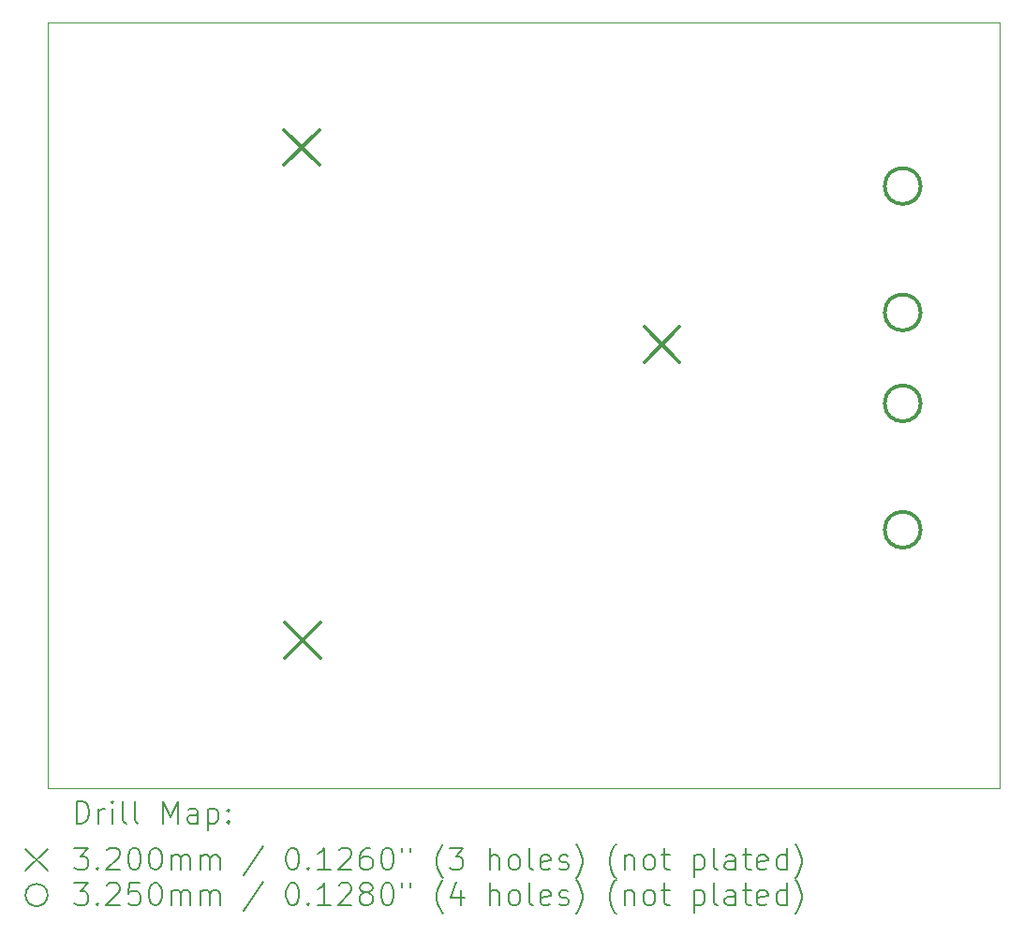
<source format=gbr>
%TF.GenerationSoftware,KiCad,Pcbnew,8.0.0*%
%TF.CreationDate,2024-12-24T11:36:40-06:00*%
%TF.ProjectId,Rain and Switches Control Board,5261696e-2061-46e6-9420-537769746368,rev?*%
%TF.SameCoordinates,Original*%
%TF.FileFunction,Drillmap*%
%TF.FilePolarity,Positive*%
%FSLAX45Y45*%
G04 Gerber Fmt 4.5, Leading zero omitted, Abs format (unit mm)*
G04 Created by KiCad (PCBNEW 8.0.0) date 2024-12-24 11:36:40*
%MOMM*%
%LPD*%
G01*
G04 APERTURE LIST*
%ADD10C,0.050000*%
%ADD11C,0.200000*%
%ADD12C,0.320000*%
%ADD13C,0.325000*%
G04 APERTURE END LIST*
D10*
X12940000Y-3914000D02*
X21537760Y-3914000D01*
X21537760Y-10848000D01*
X12940000Y-10848000D01*
X12940000Y-3914000D01*
D11*
D12*
X15074600Y-4887880D02*
X15394600Y-5207880D01*
X15394600Y-4887880D02*
X15074600Y-5207880D01*
X15079600Y-9342880D02*
X15399600Y-9662880D01*
X15399600Y-9342880D02*
X15079600Y-9662880D01*
X18329600Y-6667880D02*
X18649600Y-6987880D01*
X18649600Y-6667880D02*
X18329600Y-6987880D01*
D13*
X20827100Y-5397880D02*
G75*
G02*
X20502100Y-5397880I-162500J0D01*
G01*
X20502100Y-5397880D02*
G75*
G02*
X20827100Y-5397880I162500J0D01*
G01*
X20827100Y-6540880D02*
G75*
G02*
X20502100Y-6540880I-162500J0D01*
G01*
X20502100Y-6540880D02*
G75*
G02*
X20827100Y-6540880I162500J0D01*
G01*
X20827100Y-7363380D02*
G75*
G02*
X20502100Y-7363380I-162500J0D01*
G01*
X20502100Y-7363380D02*
G75*
G02*
X20827100Y-7363380I162500J0D01*
G01*
X20827100Y-8506380D02*
G75*
G02*
X20502100Y-8506380I-162500J0D01*
G01*
X20502100Y-8506380D02*
G75*
G02*
X20827100Y-8506380I162500J0D01*
G01*
D11*
X13198277Y-11161984D02*
X13198277Y-10961984D01*
X13198277Y-10961984D02*
X13245896Y-10961984D01*
X13245896Y-10961984D02*
X13274467Y-10971508D01*
X13274467Y-10971508D02*
X13293515Y-10990555D01*
X13293515Y-10990555D02*
X13303039Y-11009603D01*
X13303039Y-11009603D02*
X13312562Y-11047698D01*
X13312562Y-11047698D02*
X13312562Y-11076270D01*
X13312562Y-11076270D02*
X13303039Y-11114365D01*
X13303039Y-11114365D02*
X13293515Y-11133412D01*
X13293515Y-11133412D02*
X13274467Y-11152460D01*
X13274467Y-11152460D02*
X13245896Y-11161984D01*
X13245896Y-11161984D02*
X13198277Y-11161984D01*
X13398277Y-11161984D02*
X13398277Y-11028650D01*
X13398277Y-11066746D02*
X13407801Y-11047698D01*
X13407801Y-11047698D02*
X13417324Y-11038174D01*
X13417324Y-11038174D02*
X13436372Y-11028650D01*
X13436372Y-11028650D02*
X13455420Y-11028650D01*
X13522086Y-11161984D02*
X13522086Y-11028650D01*
X13522086Y-10961984D02*
X13512562Y-10971508D01*
X13512562Y-10971508D02*
X13522086Y-10981031D01*
X13522086Y-10981031D02*
X13531610Y-10971508D01*
X13531610Y-10971508D02*
X13522086Y-10961984D01*
X13522086Y-10961984D02*
X13522086Y-10981031D01*
X13645896Y-11161984D02*
X13626848Y-11152460D01*
X13626848Y-11152460D02*
X13617324Y-11133412D01*
X13617324Y-11133412D02*
X13617324Y-10961984D01*
X13750658Y-11161984D02*
X13731610Y-11152460D01*
X13731610Y-11152460D02*
X13722086Y-11133412D01*
X13722086Y-11133412D02*
X13722086Y-10961984D01*
X13979229Y-11161984D02*
X13979229Y-10961984D01*
X13979229Y-10961984D02*
X14045896Y-11104841D01*
X14045896Y-11104841D02*
X14112562Y-10961984D01*
X14112562Y-10961984D02*
X14112562Y-11161984D01*
X14293515Y-11161984D02*
X14293515Y-11057222D01*
X14293515Y-11057222D02*
X14283991Y-11038174D01*
X14283991Y-11038174D02*
X14264943Y-11028650D01*
X14264943Y-11028650D02*
X14226848Y-11028650D01*
X14226848Y-11028650D02*
X14207801Y-11038174D01*
X14293515Y-11152460D02*
X14274467Y-11161984D01*
X14274467Y-11161984D02*
X14226848Y-11161984D01*
X14226848Y-11161984D02*
X14207801Y-11152460D01*
X14207801Y-11152460D02*
X14198277Y-11133412D01*
X14198277Y-11133412D02*
X14198277Y-11114365D01*
X14198277Y-11114365D02*
X14207801Y-11095317D01*
X14207801Y-11095317D02*
X14226848Y-11085793D01*
X14226848Y-11085793D02*
X14274467Y-11085793D01*
X14274467Y-11085793D02*
X14293515Y-11076270D01*
X14388753Y-11028650D02*
X14388753Y-11228650D01*
X14388753Y-11038174D02*
X14407801Y-11028650D01*
X14407801Y-11028650D02*
X14445896Y-11028650D01*
X14445896Y-11028650D02*
X14464943Y-11038174D01*
X14464943Y-11038174D02*
X14474467Y-11047698D01*
X14474467Y-11047698D02*
X14483991Y-11066746D01*
X14483991Y-11066746D02*
X14483991Y-11123889D01*
X14483991Y-11123889D02*
X14474467Y-11142936D01*
X14474467Y-11142936D02*
X14464943Y-11152460D01*
X14464943Y-11152460D02*
X14445896Y-11161984D01*
X14445896Y-11161984D02*
X14407801Y-11161984D01*
X14407801Y-11161984D02*
X14388753Y-11152460D01*
X14569705Y-11142936D02*
X14579229Y-11152460D01*
X14579229Y-11152460D02*
X14569705Y-11161984D01*
X14569705Y-11161984D02*
X14560182Y-11152460D01*
X14560182Y-11152460D02*
X14569705Y-11142936D01*
X14569705Y-11142936D02*
X14569705Y-11161984D01*
X14569705Y-11038174D02*
X14579229Y-11047698D01*
X14579229Y-11047698D02*
X14569705Y-11057222D01*
X14569705Y-11057222D02*
X14560182Y-11047698D01*
X14560182Y-11047698D02*
X14569705Y-11038174D01*
X14569705Y-11038174D02*
X14569705Y-11057222D01*
X12737500Y-11390500D02*
X12937500Y-11590500D01*
X12937500Y-11390500D02*
X12737500Y-11590500D01*
X13179229Y-11381984D02*
X13303039Y-11381984D01*
X13303039Y-11381984D02*
X13236372Y-11458174D01*
X13236372Y-11458174D02*
X13264943Y-11458174D01*
X13264943Y-11458174D02*
X13283991Y-11467698D01*
X13283991Y-11467698D02*
X13293515Y-11477222D01*
X13293515Y-11477222D02*
X13303039Y-11496269D01*
X13303039Y-11496269D02*
X13303039Y-11543888D01*
X13303039Y-11543888D02*
X13293515Y-11562936D01*
X13293515Y-11562936D02*
X13283991Y-11572460D01*
X13283991Y-11572460D02*
X13264943Y-11581984D01*
X13264943Y-11581984D02*
X13207801Y-11581984D01*
X13207801Y-11581984D02*
X13188753Y-11572460D01*
X13188753Y-11572460D02*
X13179229Y-11562936D01*
X13388753Y-11562936D02*
X13398277Y-11572460D01*
X13398277Y-11572460D02*
X13388753Y-11581984D01*
X13388753Y-11581984D02*
X13379229Y-11572460D01*
X13379229Y-11572460D02*
X13388753Y-11562936D01*
X13388753Y-11562936D02*
X13388753Y-11581984D01*
X13474467Y-11401031D02*
X13483991Y-11391508D01*
X13483991Y-11391508D02*
X13503039Y-11381984D01*
X13503039Y-11381984D02*
X13550658Y-11381984D01*
X13550658Y-11381984D02*
X13569705Y-11391508D01*
X13569705Y-11391508D02*
X13579229Y-11401031D01*
X13579229Y-11401031D02*
X13588753Y-11420079D01*
X13588753Y-11420079D02*
X13588753Y-11439127D01*
X13588753Y-11439127D02*
X13579229Y-11467698D01*
X13579229Y-11467698D02*
X13464943Y-11581984D01*
X13464943Y-11581984D02*
X13588753Y-11581984D01*
X13712562Y-11381984D02*
X13731610Y-11381984D01*
X13731610Y-11381984D02*
X13750658Y-11391508D01*
X13750658Y-11391508D02*
X13760182Y-11401031D01*
X13760182Y-11401031D02*
X13769705Y-11420079D01*
X13769705Y-11420079D02*
X13779229Y-11458174D01*
X13779229Y-11458174D02*
X13779229Y-11505793D01*
X13779229Y-11505793D02*
X13769705Y-11543888D01*
X13769705Y-11543888D02*
X13760182Y-11562936D01*
X13760182Y-11562936D02*
X13750658Y-11572460D01*
X13750658Y-11572460D02*
X13731610Y-11581984D01*
X13731610Y-11581984D02*
X13712562Y-11581984D01*
X13712562Y-11581984D02*
X13693515Y-11572460D01*
X13693515Y-11572460D02*
X13683991Y-11562936D01*
X13683991Y-11562936D02*
X13674467Y-11543888D01*
X13674467Y-11543888D02*
X13664943Y-11505793D01*
X13664943Y-11505793D02*
X13664943Y-11458174D01*
X13664943Y-11458174D02*
X13674467Y-11420079D01*
X13674467Y-11420079D02*
X13683991Y-11401031D01*
X13683991Y-11401031D02*
X13693515Y-11391508D01*
X13693515Y-11391508D02*
X13712562Y-11381984D01*
X13903039Y-11381984D02*
X13922086Y-11381984D01*
X13922086Y-11381984D02*
X13941134Y-11391508D01*
X13941134Y-11391508D02*
X13950658Y-11401031D01*
X13950658Y-11401031D02*
X13960182Y-11420079D01*
X13960182Y-11420079D02*
X13969705Y-11458174D01*
X13969705Y-11458174D02*
X13969705Y-11505793D01*
X13969705Y-11505793D02*
X13960182Y-11543888D01*
X13960182Y-11543888D02*
X13950658Y-11562936D01*
X13950658Y-11562936D02*
X13941134Y-11572460D01*
X13941134Y-11572460D02*
X13922086Y-11581984D01*
X13922086Y-11581984D02*
X13903039Y-11581984D01*
X13903039Y-11581984D02*
X13883991Y-11572460D01*
X13883991Y-11572460D02*
X13874467Y-11562936D01*
X13874467Y-11562936D02*
X13864943Y-11543888D01*
X13864943Y-11543888D02*
X13855420Y-11505793D01*
X13855420Y-11505793D02*
X13855420Y-11458174D01*
X13855420Y-11458174D02*
X13864943Y-11420079D01*
X13864943Y-11420079D02*
X13874467Y-11401031D01*
X13874467Y-11401031D02*
X13883991Y-11391508D01*
X13883991Y-11391508D02*
X13903039Y-11381984D01*
X14055420Y-11581984D02*
X14055420Y-11448650D01*
X14055420Y-11467698D02*
X14064943Y-11458174D01*
X14064943Y-11458174D02*
X14083991Y-11448650D01*
X14083991Y-11448650D02*
X14112563Y-11448650D01*
X14112563Y-11448650D02*
X14131610Y-11458174D01*
X14131610Y-11458174D02*
X14141134Y-11477222D01*
X14141134Y-11477222D02*
X14141134Y-11581984D01*
X14141134Y-11477222D02*
X14150658Y-11458174D01*
X14150658Y-11458174D02*
X14169705Y-11448650D01*
X14169705Y-11448650D02*
X14198277Y-11448650D01*
X14198277Y-11448650D02*
X14217324Y-11458174D01*
X14217324Y-11458174D02*
X14226848Y-11477222D01*
X14226848Y-11477222D02*
X14226848Y-11581984D01*
X14322086Y-11581984D02*
X14322086Y-11448650D01*
X14322086Y-11467698D02*
X14331610Y-11458174D01*
X14331610Y-11458174D02*
X14350658Y-11448650D01*
X14350658Y-11448650D02*
X14379229Y-11448650D01*
X14379229Y-11448650D02*
X14398277Y-11458174D01*
X14398277Y-11458174D02*
X14407801Y-11477222D01*
X14407801Y-11477222D02*
X14407801Y-11581984D01*
X14407801Y-11477222D02*
X14417324Y-11458174D01*
X14417324Y-11458174D02*
X14436372Y-11448650D01*
X14436372Y-11448650D02*
X14464943Y-11448650D01*
X14464943Y-11448650D02*
X14483991Y-11458174D01*
X14483991Y-11458174D02*
X14493515Y-11477222D01*
X14493515Y-11477222D02*
X14493515Y-11581984D01*
X14883991Y-11372460D02*
X14712563Y-11629603D01*
X15141134Y-11381984D02*
X15160182Y-11381984D01*
X15160182Y-11381984D02*
X15179229Y-11391508D01*
X15179229Y-11391508D02*
X15188753Y-11401031D01*
X15188753Y-11401031D02*
X15198277Y-11420079D01*
X15198277Y-11420079D02*
X15207801Y-11458174D01*
X15207801Y-11458174D02*
X15207801Y-11505793D01*
X15207801Y-11505793D02*
X15198277Y-11543888D01*
X15198277Y-11543888D02*
X15188753Y-11562936D01*
X15188753Y-11562936D02*
X15179229Y-11572460D01*
X15179229Y-11572460D02*
X15160182Y-11581984D01*
X15160182Y-11581984D02*
X15141134Y-11581984D01*
X15141134Y-11581984D02*
X15122086Y-11572460D01*
X15122086Y-11572460D02*
X15112563Y-11562936D01*
X15112563Y-11562936D02*
X15103039Y-11543888D01*
X15103039Y-11543888D02*
X15093515Y-11505793D01*
X15093515Y-11505793D02*
X15093515Y-11458174D01*
X15093515Y-11458174D02*
X15103039Y-11420079D01*
X15103039Y-11420079D02*
X15112563Y-11401031D01*
X15112563Y-11401031D02*
X15122086Y-11391508D01*
X15122086Y-11391508D02*
X15141134Y-11381984D01*
X15293515Y-11562936D02*
X15303039Y-11572460D01*
X15303039Y-11572460D02*
X15293515Y-11581984D01*
X15293515Y-11581984D02*
X15283991Y-11572460D01*
X15283991Y-11572460D02*
X15293515Y-11562936D01*
X15293515Y-11562936D02*
X15293515Y-11581984D01*
X15493515Y-11581984D02*
X15379229Y-11581984D01*
X15436372Y-11581984D02*
X15436372Y-11381984D01*
X15436372Y-11381984D02*
X15417325Y-11410555D01*
X15417325Y-11410555D02*
X15398277Y-11429603D01*
X15398277Y-11429603D02*
X15379229Y-11439127D01*
X15569706Y-11401031D02*
X15579229Y-11391508D01*
X15579229Y-11391508D02*
X15598277Y-11381984D01*
X15598277Y-11381984D02*
X15645896Y-11381984D01*
X15645896Y-11381984D02*
X15664944Y-11391508D01*
X15664944Y-11391508D02*
X15674467Y-11401031D01*
X15674467Y-11401031D02*
X15683991Y-11420079D01*
X15683991Y-11420079D02*
X15683991Y-11439127D01*
X15683991Y-11439127D02*
X15674467Y-11467698D01*
X15674467Y-11467698D02*
X15560182Y-11581984D01*
X15560182Y-11581984D02*
X15683991Y-11581984D01*
X15855420Y-11381984D02*
X15817325Y-11381984D01*
X15817325Y-11381984D02*
X15798277Y-11391508D01*
X15798277Y-11391508D02*
X15788753Y-11401031D01*
X15788753Y-11401031D02*
X15769706Y-11429603D01*
X15769706Y-11429603D02*
X15760182Y-11467698D01*
X15760182Y-11467698D02*
X15760182Y-11543888D01*
X15760182Y-11543888D02*
X15769706Y-11562936D01*
X15769706Y-11562936D02*
X15779229Y-11572460D01*
X15779229Y-11572460D02*
X15798277Y-11581984D01*
X15798277Y-11581984D02*
X15836372Y-11581984D01*
X15836372Y-11581984D02*
X15855420Y-11572460D01*
X15855420Y-11572460D02*
X15864944Y-11562936D01*
X15864944Y-11562936D02*
X15874467Y-11543888D01*
X15874467Y-11543888D02*
X15874467Y-11496269D01*
X15874467Y-11496269D02*
X15864944Y-11477222D01*
X15864944Y-11477222D02*
X15855420Y-11467698D01*
X15855420Y-11467698D02*
X15836372Y-11458174D01*
X15836372Y-11458174D02*
X15798277Y-11458174D01*
X15798277Y-11458174D02*
X15779229Y-11467698D01*
X15779229Y-11467698D02*
X15769706Y-11477222D01*
X15769706Y-11477222D02*
X15760182Y-11496269D01*
X15998277Y-11381984D02*
X16017325Y-11381984D01*
X16017325Y-11381984D02*
X16036372Y-11391508D01*
X16036372Y-11391508D02*
X16045896Y-11401031D01*
X16045896Y-11401031D02*
X16055420Y-11420079D01*
X16055420Y-11420079D02*
X16064944Y-11458174D01*
X16064944Y-11458174D02*
X16064944Y-11505793D01*
X16064944Y-11505793D02*
X16055420Y-11543888D01*
X16055420Y-11543888D02*
X16045896Y-11562936D01*
X16045896Y-11562936D02*
X16036372Y-11572460D01*
X16036372Y-11572460D02*
X16017325Y-11581984D01*
X16017325Y-11581984D02*
X15998277Y-11581984D01*
X15998277Y-11581984D02*
X15979229Y-11572460D01*
X15979229Y-11572460D02*
X15969706Y-11562936D01*
X15969706Y-11562936D02*
X15960182Y-11543888D01*
X15960182Y-11543888D02*
X15950658Y-11505793D01*
X15950658Y-11505793D02*
X15950658Y-11458174D01*
X15950658Y-11458174D02*
X15960182Y-11420079D01*
X15960182Y-11420079D02*
X15969706Y-11401031D01*
X15969706Y-11401031D02*
X15979229Y-11391508D01*
X15979229Y-11391508D02*
X15998277Y-11381984D01*
X16141134Y-11381984D02*
X16141134Y-11420079D01*
X16217325Y-11381984D02*
X16217325Y-11420079D01*
X16512563Y-11658174D02*
X16503039Y-11648650D01*
X16503039Y-11648650D02*
X16483991Y-11620079D01*
X16483991Y-11620079D02*
X16474468Y-11601031D01*
X16474468Y-11601031D02*
X16464944Y-11572460D01*
X16464944Y-11572460D02*
X16455420Y-11524841D01*
X16455420Y-11524841D02*
X16455420Y-11486746D01*
X16455420Y-11486746D02*
X16464944Y-11439127D01*
X16464944Y-11439127D02*
X16474468Y-11410555D01*
X16474468Y-11410555D02*
X16483991Y-11391508D01*
X16483991Y-11391508D02*
X16503039Y-11362936D01*
X16503039Y-11362936D02*
X16512563Y-11353412D01*
X16569706Y-11381984D02*
X16693515Y-11381984D01*
X16693515Y-11381984D02*
X16626848Y-11458174D01*
X16626848Y-11458174D02*
X16655420Y-11458174D01*
X16655420Y-11458174D02*
X16674468Y-11467698D01*
X16674468Y-11467698D02*
X16683991Y-11477222D01*
X16683991Y-11477222D02*
X16693515Y-11496269D01*
X16693515Y-11496269D02*
X16693515Y-11543888D01*
X16693515Y-11543888D02*
X16683991Y-11562936D01*
X16683991Y-11562936D02*
X16674468Y-11572460D01*
X16674468Y-11572460D02*
X16655420Y-11581984D01*
X16655420Y-11581984D02*
X16598277Y-11581984D01*
X16598277Y-11581984D02*
X16579229Y-11572460D01*
X16579229Y-11572460D02*
X16569706Y-11562936D01*
X16931611Y-11581984D02*
X16931611Y-11381984D01*
X17017325Y-11581984D02*
X17017325Y-11477222D01*
X17017325Y-11477222D02*
X17007801Y-11458174D01*
X17007801Y-11458174D02*
X16988753Y-11448650D01*
X16988753Y-11448650D02*
X16960182Y-11448650D01*
X16960182Y-11448650D02*
X16941134Y-11458174D01*
X16941134Y-11458174D02*
X16931611Y-11467698D01*
X17141134Y-11581984D02*
X17122087Y-11572460D01*
X17122087Y-11572460D02*
X17112563Y-11562936D01*
X17112563Y-11562936D02*
X17103039Y-11543888D01*
X17103039Y-11543888D02*
X17103039Y-11486746D01*
X17103039Y-11486746D02*
X17112563Y-11467698D01*
X17112563Y-11467698D02*
X17122087Y-11458174D01*
X17122087Y-11458174D02*
X17141134Y-11448650D01*
X17141134Y-11448650D02*
X17169706Y-11448650D01*
X17169706Y-11448650D02*
X17188753Y-11458174D01*
X17188753Y-11458174D02*
X17198277Y-11467698D01*
X17198277Y-11467698D02*
X17207801Y-11486746D01*
X17207801Y-11486746D02*
X17207801Y-11543888D01*
X17207801Y-11543888D02*
X17198277Y-11562936D01*
X17198277Y-11562936D02*
X17188753Y-11572460D01*
X17188753Y-11572460D02*
X17169706Y-11581984D01*
X17169706Y-11581984D02*
X17141134Y-11581984D01*
X17322087Y-11581984D02*
X17303039Y-11572460D01*
X17303039Y-11572460D02*
X17293515Y-11553412D01*
X17293515Y-11553412D02*
X17293515Y-11381984D01*
X17474468Y-11572460D02*
X17455420Y-11581984D01*
X17455420Y-11581984D02*
X17417325Y-11581984D01*
X17417325Y-11581984D02*
X17398277Y-11572460D01*
X17398277Y-11572460D02*
X17388753Y-11553412D01*
X17388753Y-11553412D02*
X17388753Y-11477222D01*
X17388753Y-11477222D02*
X17398277Y-11458174D01*
X17398277Y-11458174D02*
X17417325Y-11448650D01*
X17417325Y-11448650D02*
X17455420Y-11448650D01*
X17455420Y-11448650D02*
X17474468Y-11458174D01*
X17474468Y-11458174D02*
X17483992Y-11477222D01*
X17483992Y-11477222D02*
X17483992Y-11496269D01*
X17483992Y-11496269D02*
X17388753Y-11515317D01*
X17560182Y-11572460D02*
X17579230Y-11581984D01*
X17579230Y-11581984D02*
X17617325Y-11581984D01*
X17617325Y-11581984D02*
X17636373Y-11572460D01*
X17636373Y-11572460D02*
X17645896Y-11553412D01*
X17645896Y-11553412D02*
X17645896Y-11543888D01*
X17645896Y-11543888D02*
X17636373Y-11524841D01*
X17636373Y-11524841D02*
X17617325Y-11515317D01*
X17617325Y-11515317D02*
X17588753Y-11515317D01*
X17588753Y-11515317D02*
X17569706Y-11505793D01*
X17569706Y-11505793D02*
X17560182Y-11486746D01*
X17560182Y-11486746D02*
X17560182Y-11477222D01*
X17560182Y-11477222D02*
X17569706Y-11458174D01*
X17569706Y-11458174D02*
X17588753Y-11448650D01*
X17588753Y-11448650D02*
X17617325Y-11448650D01*
X17617325Y-11448650D02*
X17636373Y-11458174D01*
X17712563Y-11658174D02*
X17722087Y-11648650D01*
X17722087Y-11648650D02*
X17741134Y-11620079D01*
X17741134Y-11620079D02*
X17750658Y-11601031D01*
X17750658Y-11601031D02*
X17760182Y-11572460D01*
X17760182Y-11572460D02*
X17769706Y-11524841D01*
X17769706Y-11524841D02*
X17769706Y-11486746D01*
X17769706Y-11486746D02*
X17760182Y-11439127D01*
X17760182Y-11439127D02*
X17750658Y-11410555D01*
X17750658Y-11410555D02*
X17741134Y-11391508D01*
X17741134Y-11391508D02*
X17722087Y-11362936D01*
X17722087Y-11362936D02*
X17712563Y-11353412D01*
X18074468Y-11658174D02*
X18064944Y-11648650D01*
X18064944Y-11648650D02*
X18045896Y-11620079D01*
X18045896Y-11620079D02*
X18036373Y-11601031D01*
X18036373Y-11601031D02*
X18026849Y-11572460D01*
X18026849Y-11572460D02*
X18017325Y-11524841D01*
X18017325Y-11524841D02*
X18017325Y-11486746D01*
X18017325Y-11486746D02*
X18026849Y-11439127D01*
X18026849Y-11439127D02*
X18036373Y-11410555D01*
X18036373Y-11410555D02*
X18045896Y-11391508D01*
X18045896Y-11391508D02*
X18064944Y-11362936D01*
X18064944Y-11362936D02*
X18074468Y-11353412D01*
X18150658Y-11448650D02*
X18150658Y-11581984D01*
X18150658Y-11467698D02*
X18160182Y-11458174D01*
X18160182Y-11458174D02*
X18179230Y-11448650D01*
X18179230Y-11448650D02*
X18207801Y-11448650D01*
X18207801Y-11448650D02*
X18226849Y-11458174D01*
X18226849Y-11458174D02*
X18236373Y-11477222D01*
X18236373Y-11477222D02*
X18236373Y-11581984D01*
X18360182Y-11581984D02*
X18341134Y-11572460D01*
X18341134Y-11572460D02*
X18331611Y-11562936D01*
X18331611Y-11562936D02*
X18322087Y-11543888D01*
X18322087Y-11543888D02*
X18322087Y-11486746D01*
X18322087Y-11486746D02*
X18331611Y-11467698D01*
X18331611Y-11467698D02*
X18341134Y-11458174D01*
X18341134Y-11458174D02*
X18360182Y-11448650D01*
X18360182Y-11448650D02*
X18388754Y-11448650D01*
X18388754Y-11448650D02*
X18407801Y-11458174D01*
X18407801Y-11458174D02*
X18417325Y-11467698D01*
X18417325Y-11467698D02*
X18426849Y-11486746D01*
X18426849Y-11486746D02*
X18426849Y-11543888D01*
X18426849Y-11543888D02*
X18417325Y-11562936D01*
X18417325Y-11562936D02*
X18407801Y-11572460D01*
X18407801Y-11572460D02*
X18388754Y-11581984D01*
X18388754Y-11581984D02*
X18360182Y-11581984D01*
X18483992Y-11448650D02*
X18560182Y-11448650D01*
X18512563Y-11381984D02*
X18512563Y-11553412D01*
X18512563Y-11553412D02*
X18522087Y-11572460D01*
X18522087Y-11572460D02*
X18541134Y-11581984D01*
X18541134Y-11581984D02*
X18560182Y-11581984D01*
X18779230Y-11448650D02*
X18779230Y-11648650D01*
X18779230Y-11458174D02*
X18798277Y-11448650D01*
X18798277Y-11448650D02*
X18836373Y-11448650D01*
X18836373Y-11448650D02*
X18855420Y-11458174D01*
X18855420Y-11458174D02*
X18864944Y-11467698D01*
X18864944Y-11467698D02*
X18874468Y-11486746D01*
X18874468Y-11486746D02*
X18874468Y-11543888D01*
X18874468Y-11543888D02*
X18864944Y-11562936D01*
X18864944Y-11562936D02*
X18855420Y-11572460D01*
X18855420Y-11572460D02*
X18836373Y-11581984D01*
X18836373Y-11581984D02*
X18798277Y-11581984D01*
X18798277Y-11581984D02*
X18779230Y-11572460D01*
X18988754Y-11581984D02*
X18969706Y-11572460D01*
X18969706Y-11572460D02*
X18960182Y-11553412D01*
X18960182Y-11553412D02*
X18960182Y-11381984D01*
X19150658Y-11581984D02*
X19150658Y-11477222D01*
X19150658Y-11477222D02*
X19141135Y-11458174D01*
X19141135Y-11458174D02*
X19122087Y-11448650D01*
X19122087Y-11448650D02*
X19083992Y-11448650D01*
X19083992Y-11448650D02*
X19064944Y-11458174D01*
X19150658Y-11572460D02*
X19131611Y-11581984D01*
X19131611Y-11581984D02*
X19083992Y-11581984D01*
X19083992Y-11581984D02*
X19064944Y-11572460D01*
X19064944Y-11572460D02*
X19055420Y-11553412D01*
X19055420Y-11553412D02*
X19055420Y-11534365D01*
X19055420Y-11534365D02*
X19064944Y-11515317D01*
X19064944Y-11515317D02*
X19083992Y-11505793D01*
X19083992Y-11505793D02*
X19131611Y-11505793D01*
X19131611Y-11505793D02*
X19150658Y-11496269D01*
X19217325Y-11448650D02*
X19293515Y-11448650D01*
X19245896Y-11381984D02*
X19245896Y-11553412D01*
X19245896Y-11553412D02*
X19255420Y-11572460D01*
X19255420Y-11572460D02*
X19274468Y-11581984D01*
X19274468Y-11581984D02*
X19293515Y-11581984D01*
X19436373Y-11572460D02*
X19417325Y-11581984D01*
X19417325Y-11581984D02*
X19379230Y-11581984D01*
X19379230Y-11581984D02*
X19360182Y-11572460D01*
X19360182Y-11572460D02*
X19350658Y-11553412D01*
X19350658Y-11553412D02*
X19350658Y-11477222D01*
X19350658Y-11477222D02*
X19360182Y-11458174D01*
X19360182Y-11458174D02*
X19379230Y-11448650D01*
X19379230Y-11448650D02*
X19417325Y-11448650D01*
X19417325Y-11448650D02*
X19436373Y-11458174D01*
X19436373Y-11458174D02*
X19445896Y-11477222D01*
X19445896Y-11477222D02*
X19445896Y-11496269D01*
X19445896Y-11496269D02*
X19350658Y-11515317D01*
X19617325Y-11581984D02*
X19617325Y-11381984D01*
X19617325Y-11572460D02*
X19598277Y-11581984D01*
X19598277Y-11581984D02*
X19560182Y-11581984D01*
X19560182Y-11581984D02*
X19541135Y-11572460D01*
X19541135Y-11572460D02*
X19531611Y-11562936D01*
X19531611Y-11562936D02*
X19522087Y-11543888D01*
X19522087Y-11543888D02*
X19522087Y-11486746D01*
X19522087Y-11486746D02*
X19531611Y-11467698D01*
X19531611Y-11467698D02*
X19541135Y-11458174D01*
X19541135Y-11458174D02*
X19560182Y-11448650D01*
X19560182Y-11448650D02*
X19598277Y-11448650D01*
X19598277Y-11448650D02*
X19617325Y-11458174D01*
X19693516Y-11658174D02*
X19703039Y-11648650D01*
X19703039Y-11648650D02*
X19722087Y-11620079D01*
X19722087Y-11620079D02*
X19731611Y-11601031D01*
X19731611Y-11601031D02*
X19741135Y-11572460D01*
X19741135Y-11572460D02*
X19750658Y-11524841D01*
X19750658Y-11524841D02*
X19750658Y-11486746D01*
X19750658Y-11486746D02*
X19741135Y-11439127D01*
X19741135Y-11439127D02*
X19731611Y-11410555D01*
X19731611Y-11410555D02*
X19722087Y-11391508D01*
X19722087Y-11391508D02*
X19703039Y-11362936D01*
X19703039Y-11362936D02*
X19693516Y-11353412D01*
X12937500Y-11810500D02*
G75*
G02*
X12737500Y-11810500I-100000J0D01*
G01*
X12737500Y-11810500D02*
G75*
G02*
X12937500Y-11810500I100000J0D01*
G01*
X13179229Y-11701984D02*
X13303039Y-11701984D01*
X13303039Y-11701984D02*
X13236372Y-11778174D01*
X13236372Y-11778174D02*
X13264943Y-11778174D01*
X13264943Y-11778174D02*
X13283991Y-11787698D01*
X13283991Y-11787698D02*
X13293515Y-11797222D01*
X13293515Y-11797222D02*
X13303039Y-11816269D01*
X13303039Y-11816269D02*
X13303039Y-11863888D01*
X13303039Y-11863888D02*
X13293515Y-11882936D01*
X13293515Y-11882936D02*
X13283991Y-11892460D01*
X13283991Y-11892460D02*
X13264943Y-11901984D01*
X13264943Y-11901984D02*
X13207801Y-11901984D01*
X13207801Y-11901984D02*
X13188753Y-11892460D01*
X13188753Y-11892460D02*
X13179229Y-11882936D01*
X13388753Y-11882936D02*
X13398277Y-11892460D01*
X13398277Y-11892460D02*
X13388753Y-11901984D01*
X13388753Y-11901984D02*
X13379229Y-11892460D01*
X13379229Y-11892460D02*
X13388753Y-11882936D01*
X13388753Y-11882936D02*
X13388753Y-11901984D01*
X13474467Y-11721031D02*
X13483991Y-11711508D01*
X13483991Y-11711508D02*
X13503039Y-11701984D01*
X13503039Y-11701984D02*
X13550658Y-11701984D01*
X13550658Y-11701984D02*
X13569705Y-11711508D01*
X13569705Y-11711508D02*
X13579229Y-11721031D01*
X13579229Y-11721031D02*
X13588753Y-11740079D01*
X13588753Y-11740079D02*
X13588753Y-11759127D01*
X13588753Y-11759127D02*
X13579229Y-11787698D01*
X13579229Y-11787698D02*
X13464943Y-11901984D01*
X13464943Y-11901984D02*
X13588753Y-11901984D01*
X13769705Y-11701984D02*
X13674467Y-11701984D01*
X13674467Y-11701984D02*
X13664943Y-11797222D01*
X13664943Y-11797222D02*
X13674467Y-11787698D01*
X13674467Y-11787698D02*
X13693515Y-11778174D01*
X13693515Y-11778174D02*
X13741134Y-11778174D01*
X13741134Y-11778174D02*
X13760182Y-11787698D01*
X13760182Y-11787698D02*
X13769705Y-11797222D01*
X13769705Y-11797222D02*
X13779229Y-11816269D01*
X13779229Y-11816269D02*
X13779229Y-11863888D01*
X13779229Y-11863888D02*
X13769705Y-11882936D01*
X13769705Y-11882936D02*
X13760182Y-11892460D01*
X13760182Y-11892460D02*
X13741134Y-11901984D01*
X13741134Y-11901984D02*
X13693515Y-11901984D01*
X13693515Y-11901984D02*
X13674467Y-11892460D01*
X13674467Y-11892460D02*
X13664943Y-11882936D01*
X13903039Y-11701984D02*
X13922086Y-11701984D01*
X13922086Y-11701984D02*
X13941134Y-11711508D01*
X13941134Y-11711508D02*
X13950658Y-11721031D01*
X13950658Y-11721031D02*
X13960182Y-11740079D01*
X13960182Y-11740079D02*
X13969705Y-11778174D01*
X13969705Y-11778174D02*
X13969705Y-11825793D01*
X13969705Y-11825793D02*
X13960182Y-11863888D01*
X13960182Y-11863888D02*
X13950658Y-11882936D01*
X13950658Y-11882936D02*
X13941134Y-11892460D01*
X13941134Y-11892460D02*
X13922086Y-11901984D01*
X13922086Y-11901984D02*
X13903039Y-11901984D01*
X13903039Y-11901984D02*
X13883991Y-11892460D01*
X13883991Y-11892460D02*
X13874467Y-11882936D01*
X13874467Y-11882936D02*
X13864943Y-11863888D01*
X13864943Y-11863888D02*
X13855420Y-11825793D01*
X13855420Y-11825793D02*
X13855420Y-11778174D01*
X13855420Y-11778174D02*
X13864943Y-11740079D01*
X13864943Y-11740079D02*
X13874467Y-11721031D01*
X13874467Y-11721031D02*
X13883991Y-11711508D01*
X13883991Y-11711508D02*
X13903039Y-11701984D01*
X14055420Y-11901984D02*
X14055420Y-11768650D01*
X14055420Y-11787698D02*
X14064943Y-11778174D01*
X14064943Y-11778174D02*
X14083991Y-11768650D01*
X14083991Y-11768650D02*
X14112563Y-11768650D01*
X14112563Y-11768650D02*
X14131610Y-11778174D01*
X14131610Y-11778174D02*
X14141134Y-11797222D01*
X14141134Y-11797222D02*
X14141134Y-11901984D01*
X14141134Y-11797222D02*
X14150658Y-11778174D01*
X14150658Y-11778174D02*
X14169705Y-11768650D01*
X14169705Y-11768650D02*
X14198277Y-11768650D01*
X14198277Y-11768650D02*
X14217324Y-11778174D01*
X14217324Y-11778174D02*
X14226848Y-11797222D01*
X14226848Y-11797222D02*
X14226848Y-11901984D01*
X14322086Y-11901984D02*
X14322086Y-11768650D01*
X14322086Y-11787698D02*
X14331610Y-11778174D01*
X14331610Y-11778174D02*
X14350658Y-11768650D01*
X14350658Y-11768650D02*
X14379229Y-11768650D01*
X14379229Y-11768650D02*
X14398277Y-11778174D01*
X14398277Y-11778174D02*
X14407801Y-11797222D01*
X14407801Y-11797222D02*
X14407801Y-11901984D01*
X14407801Y-11797222D02*
X14417324Y-11778174D01*
X14417324Y-11778174D02*
X14436372Y-11768650D01*
X14436372Y-11768650D02*
X14464943Y-11768650D01*
X14464943Y-11768650D02*
X14483991Y-11778174D01*
X14483991Y-11778174D02*
X14493515Y-11797222D01*
X14493515Y-11797222D02*
X14493515Y-11901984D01*
X14883991Y-11692460D02*
X14712563Y-11949603D01*
X15141134Y-11701984D02*
X15160182Y-11701984D01*
X15160182Y-11701984D02*
X15179229Y-11711508D01*
X15179229Y-11711508D02*
X15188753Y-11721031D01*
X15188753Y-11721031D02*
X15198277Y-11740079D01*
X15198277Y-11740079D02*
X15207801Y-11778174D01*
X15207801Y-11778174D02*
X15207801Y-11825793D01*
X15207801Y-11825793D02*
X15198277Y-11863888D01*
X15198277Y-11863888D02*
X15188753Y-11882936D01*
X15188753Y-11882936D02*
X15179229Y-11892460D01*
X15179229Y-11892460D02*
X15160182Y-11901984D01*
X15160182Y-11901984D02*
X15141134Y-11901984D01*
X15141134Y-11901984D02*
X15122086Y-11892460D01*
X15122086Y-11892460D02*
X15112563Y-11882936D01*
X15112563Y-11882936D02*
X15103039Y-11863888D01*
X15103039Y-11863888D02*
X15093515Y-11825793D01*
X15093515Y-11825793D02*
X15093515Y-11778174D01*
X15093515Y-11778174D02*
X15103039Y-11740079D01*
X15103039Y-11740079D02*
X15112563Y-11721031D01*
X15112563Y-11721031D02*
X15122086Y-11711508D01*
X15122086Y-11711508D02*
X15141134Y-11701984D01*
X15293515Y-11882936D02*
X15303039Y-11892460D01*
X15303039Y-11892460D02*
X15293515Y-11901984D01*
X15293515Y-11901984D02*
X15283991Y-11892460D01*
X15283991Y-11892460D02*
X15293515Y-11882936D01*
X15293515Y-11882936D02*
X15293515Y-11901984D01*
X15493515Y-11901984D02*
X15379229Y-11901984D01*
X15436372Y-11901984D02*
X15436372Y-11701984D01*
X15436372Y-11701984D02*
X15417325Y-11730555D01*
X15417325Y-11730555D02*
X15398277Y-11749603D01*
X15398277Y-11749603D02*
X15379229Y-11759127D01*
X15569706Y-11721031D02*
X15579229Y-11711508D01*
X15579229Y-11711508D02*
X15598277Y-11701984D01*
X15598277Y-11701984D02*
X15645896Y-11701984D01*
X15645896Y-11701984D02*
X15664944Y-11711508D01*
X15664944Y-11711508D02*
X15674467Y-11721031D01*
X15674467Y-11721031D02*
X15683991Y-11740079D01*
X15683991Y-11740079D02*
X15683991Y-11759127D01*
X15683991Y-11759127D02*
X15674467Y-11787698D01*
X15674467Y-11787698D02*
X15560182Y-11901984D01*
X15560182Y-11901984D02*
X15683991Y-11901984D01*
X15798277Y-11787698D02*
X15779229Y-11778174D01*
X15779229Y-11778174D02*
X15769706Y-11768650D01*
X15769706Y-11768650D02*
X15760182Y-11749603D01*
X15760182Y-11749603D02*
X15760182Y-11740079D01*
X15760182Y-11740079D02*
X15769706Y-11721031D01*
X15769706Y-11721031D02*
X15779229Y-11711508D01*
X15779229Y-11711508D02*
X15798277Y-11701984D01*
X15798277Y-11701984D02*
X15836372Y-11701984D01*
X15836372Y-11701984D02*
X15855420Y-11711508D01*
X15855420Y-11711508D02*
X15864944Y-11721031D01*
X15864944Y-11721031D02*
X15874467Y-11740079D01*
X15874467Y-11740079D02*
X15874467Y-11749603D01*
X15874467Y-11749603D02*
X15864944Y-11768650D01*
X15864944Y-11768650D02*
X15855420Y-11778174D01*
X15855420Y-11778174D02*
X15836372Y-11787698D01*
X15836372Y-11787698D02*
X15798277Y-11787698D01*
X15798277Y-11787698D02*
X15779229Y-11797222D01*
X15779229Y-11797222D02*
X15769706Y-11806746D01*
X15769706Y-11806746D02*
X15760182Y-11825793D01*
X15760182Y-11825793D02*
X15760182Y-11863888D01*
X15760182Y-11863888D02*
X15769706Y-11882936D01*
X15769706Y-11882936D02*
X15779229Y-11892460D01*
X15779229Y-11892460D02*
X15798277Y-11901984D01*
X15798277Y-11901984D02*
X15836372Y-11901984D01*
X15836372Y-11901984D02*
X15855420Y-11892460D01*
X15855420Y-11892460D02*
X15864944Y-11882936D01*
X15864944Y-11882936D02*
X15874467Y-11863888D01*
X15874467Y-11863888D02*
X15874467Y-11825793D01*
X15874467Y-11825793D02*
X15864944Y-11806746D01*
X15864944Y-11806746D02*
X15855420Y-11797222D01*
X15855420Y-11797222D02*
X15836372Y-11787698D01*
X15998277Y-11701984D02*
X16017325Y-11701984D01*
X16017325Y-11701984D02*
X16036372Y-11711508D01*
X16036372Y-11711508D02*
X16045896Y-11721031D01*
X16045896Y-11721031D02*
X16055420Y-11740079D01*
X16055420Y-11740079D02*
X16064944Y-11778174D01*
X16064944Y-11778174D02*
X16064944Y-11825793D01*
X16064944Y-11825793D02*
X16055420Y-11863888D01*
X16055420Y-11863888D02*
X16045896Y-11882936D01*
X16045896Y-11882936D02*
X16036372Y-11892460D01*
X16036372Y-11892460D02*
X16017325Y-11901984D01*
X16017325Y-11901984D02*
X15998277Y-11901984D01*
X15998277Y-11901984D02*
X15979229Y-11892460D01*
X15979229Y-11892460D02*
X15969706Y-11882936D01*
X15969706Y-11882936D02*
X15960182Y-11863888D01*
X15960182Y-11863888D02*
X15950658Y-11825793D01*
X15950658Y-11825793D02*
X15950658Y-11778174D01*
X15950658Y-11778174D02*
X15960182Y-11740079D01*
X15960182Y-11740079D02*
X15969706Y-11721031D01*
X15969706Y-11721031D02*
X15979229Y-11711508D01*
X15979229Y-11711508D02*
X15998277Y-11701984D01*
X16141134Y-11701984D02*
X16141134Y-11740079D01*
X16217325Y-11701984D02*
X16217325Y-11740079D01*
X16512563Y-11978174D02*
X16503039Y-11968650D01*
X16503039Y-11968650D02*
X16483991Y-11940079D01*
X16483991Y-11940079D02*
X16474468Y-11921031D01*
X16474468Y-11921031D02*
X16464944Y-11892460D01*
X16464944Y-11892460D02*
X16455420Y-11844841D01*
X16455420Y-11844841D02*
X16455420Y-11806746D01*
X16455420Y-11806746D02*
X16464944Y-11759127D01*
X16464944Y-11759127D02*
X16474468Y-11730555D01*
X16474468Y-11730555D02*
X16483991Y-11711508D01*
X16483991Y-11711508D02*
X16503039Y-11682936D01*
X16503039Y-11682936D02*
X16512563Y-11673412D01*
X16674468Y-11768650D02*
X16674468Y-11901984D01*
X16626848Y-11692460D02*
X16579229Y-11835317D01*
X16579229Y-11835317D02*
X16703039Y-11835317D01*
X16931611Y-11901984D02*
X16931611Y-11701984D01*
X17017325Y-11901984D02*
X17017325Y-11797222D01*
X17017325Y-11797222D02*
X17007801Y-11778174D01*
X17007801Y-11778174D02*
X16988753Y-11768650D01*
X16988753Y-11768650D02*
X16960182Y-11768650D01*
X16960182Y-11768650D02*
X16941134Y-11778174D01*
X16941134Y-11778174D02*
X16931611Y-11787698D01*
X17141134Y-11901984D02*
X17122087Y-11892460D01*
X17122087Y-11892460D02*
X17112563Y-11882936D01*
X17112563Y-11882936D02*
X17103039Y-11863888D01*
X17103039Y-11863888D02*
X17103039Y-11806746D01*
X17103039Y-11806746D02*
X17112563Y-11787698D01*
X17112563Y-11787698D02*
X17122087Y-11778174D01*
X17122087Y-11778174D02*
X17141134Y-11768650D01*
X17141134Y-11768650D02*
X17169706Y-11768650D01*
X17169706Y-11768650D02*
X17188753Y-11778174D01*
X17188753Y-11778174D02*
X17198277Y-11787698D01*
X17198277Y-11787698D02*
X17207801Y-11806746D01*
X17207801Y-11806746D02*
X17207801Y-11863888D01*
X17207801Y-11863888D02*
X17198277Y-11882936D01*
X17198277Y-11882936D02*
X17188753Y-11892460D01*
X17188753Y-11892460D02*
X17169706Y-11901984D01*
X17169706Y-11901984D02*
X17141134Y-11901984D01*
X17322087Y-11901984D02*
X17303039Y-11892460D01*
X17303039Y-11892460D02*
X17293515Y-11873412D01*
X17293515Y-11873412D02*
X17293515Y-11701984D01*
X17474468Y-11892460D02*
X17455420Y-11901984D01*
X17455420Y-11901984D02*
X17417325Y-11901984D01*
X17417325Y-11901984D02*
X17398277Y-11892460D01*
X17398277Y-11892460D02*
X17388753Y-11873412D01*
X17388753Y-11873412D02*
X17388753Y-11797222D01*
X17388753Y-11797222D02*
X17398277Y-11778174D01*
X17398277Y-11778174D02*
X17417325Y-11768650D01*
X17417325Y-11768650D02*
X17455420Y-11768650D01*
X17455420Y-11768650D02*
X17474468Y-11778174D01*
X17474468Y-11778174D02*
X17483992Y-11797222D01*
X17483992Y-11797222D02*
X17483992Y-11816269D01*
X17483992Y-11816269D02*
X17388753Y-11835317D01*
X17560182Y-11892460D02*
X17579230Y-11901984D01*
X17579230Y-11901984D02*
X17617325Y-11901984D01*
X17617325Y-11901984D02*
X17636373Y-11892460D01*
X17636373Y-11892460D02*
X17645896Y-11873412D01*
X17645896Y-11873412D02*
X17645896Y-11863888D01*
X17645896Y-11863888D02*
X17636373Y-11844841D01*
X17636373Y-11844841D02*
X17617325Y-11835317D01*
X17617325Y-11835317D02*
X17588753Y-11835317D01*
X17588753Y-11835317D02*
X17569706Y-11825793D01*
X17569706Y-11825793D02*
X17560182Y-11806746D01*
X17560182Y-11806746D02*
X17560182Y-11797222D01*
X17560182Y-11797222D02*
X17569706Y-11778174D01*
X17569706Y-11778174D02*
X17588753Y-11768650D01*
X17588753Y-11768650D02*
X17617325Y-11768650D01*
X17617325Y-11768650D02*
X17636373Y-11778174D01*
X17712563Y-11978174D02*
X17722087Y-11968650D01*
X17722087Y-11968650D02*
X17741134Y-11940079D01*
X17741134Y-11940079D02*
X17750658Y-11921031D01*
X17750658Y-11921031D02*
X17760182Y-11892460D01*
X17760182Y-11892460D02*
X17769706Y-11844841D01*
X17769706Y-11844841D02*
X17769706Y-11806746D01*
X17769706Y-11806746D02*
X17760182Y-11759127D01*
X17760182Y-11759127D02*
X17750658Y-11730555D01*
X17750658Y-11730555D02*
X17741134Y-11711508D01*
X17741134Y-11711508D02*
X17722087Y-11682936D01*
X17722087Y-11682936D02*
X17712563Y-11673412D01*
X18074468Y-11978174D02*
X18064944Y-11968650D01*
X18064944Y-11968650D02*
X18045896Y-11940079D01*
X18045896Y-11940079D02*
X18036373Y-11921031D01*
X18036373Y-11921031D02*
X18026849Y-11892460D01*
X18026849Y-11892460D02*
X18017325Y-11844841D01*
X18017325Y-11844841D02*
X18017325Y-11806746D01*
X18017325Y-11806746D02*
X18026849Y-11759127D01*
X18026849Y-11759127D02*
X18036373Y-11730555D01*
X18036373Y-11730555D02*
X18045896Y-11711508D01*
X18045896Y-11711508D02*
X18064944Y-11682936D01*
X18064944Y-11682936D02*
X18074468Y-11673412D01*
X18150658Y-11768650D02*
X18150658Y-11901984D01*
X18150658Y-11787698D02*
X18160182Y-11778174D01*
X18160182Y-11778174D02*
X18179230Y-11768650D01*
X18179230Y-11768650D02*
X18207801Y-11768650D01*
X18207801Y-11768650D02*
X18226849Y-11778174D01*
X18226849Y-11778174D02*
X18236373Y-11797222D01*
X18236373Y-11797222D02*
X18236373Y-11901984D01*
X18360182Y-11901984D02*
X18341134Y-11892460D01*
X18341134Y-11892460D02*
X18331611Y-11882936D01*
X18331611Y-11882936D02*
X18322087Y-11863888D01*
X18322087Y-11863888D02*
X18322087Y-11806746D01*
X18322087Y-11806746D02*
X18331611Y-11787698D01*
X18331611Y-11787698D02*
X18341134Y-11778174D01*
X18341134Y-11778174D02*
X18360182Y-11768650D01*
X18360182Y-11768650D02*
X18388754Y-11768650D01*
X18388754Y-11768650D02*
X18407801Y-11778174D01*
X18407801Y-11778174D02*
X18417325Y-11787698D01*
X18417325Y-11787698D02*
X18426849Y-11806746D01*
X18426849Y-11806746D02*
X18426849Y-11863888D01*
X18426849Y-11863888D02*
X18417325Y-11882936D01*
X18417325Y-11882936D02*
X18407801Y-11892460D01*
X18407801Y-11892460D02*
X18388754Y-11901984D01*
X18388754Y-11901984D02*
X18360182Y-11901984D01*
X18483992Y-11768650D02*
X18560182Y-11768650D01*
X18512563Y-11701984D02*
X18512563Y-11873412D01*
X18512563Y-11873412D02*
X18522087Y-11892460D01*
X18522087Y-11892460D02*
X18541134Y-11901984D01*
X18541134Y-11901984D02*
X18560182Y-11901984D01*
X18779230Y-11768650D02*
X18779230Y-11968650D01*
X18779230Y-11778174D02*
X18798277Y-11768650D01*
X18798277Y-11768650D02*
X18836373Y-11768650D01*
X18836373Y-11768650D02*
X18855420Y-11778174D01*
X18855420Y-11778174D02*
X18864944Y-11787698D01*
X18864944Y-11787698D02*
X18874468Y-11806746D01*
X18874468Y-11806746D02*
X18874468Y-11863888D01*
X18874468Y-11863888D02*
X18864944Y-11882936D01*
X18864944Y-11882936D02*
X18855420Y-11892460D01*
X18855420Y-11892460D02*
X18836373Y-11901984D01*
X18836373Y-11901984D02*
X18798277Y-11901984D01*
X18798277Y-11901984D02*
X18779230Y-11892460D01*
X18988754Y-11901984D02*
X18969706Y-11892460D01*
X18969706Y-11892460D02*
X18960182Y-11873412D01*
X18960182Y-11873412D02*
X18960182Y-11701984D01*
X19150658Y-11901984D02*
X19150658Y-11797222D01*
X19150658Y-11797222D02*
X19141135Y-11778174D01*
X19141135Y-11778174D02*
X19122087Y-11768650D01*
X19122087Y-11768650D02*
X19083992Y-11768650D01*
X19083992Y-11768650D02*
X19064944Y-11778174D01*
X19150658Y-11892460D02*
X19131611Y-11901984D01*
X19131611Y-11901984D02*
X19083992Y-11901984D01*
X19083992Y-11901984D02*
X19064944Y-11892460D01*
X19064944Y-11892460D02*
X19055420Y-11873412D01*
X19055420Y-11873412D02*
X19055420Y-11854365D01*
X19055420Y-11854365D02*
X19064944Y-11835317D01*
X19064944Y-11835317D02*
X19083992Y-11825793D01*
X19083992Y-11825793D02*
X19131611Y-11825793D01*
X19131611Y-11825793D02*
X19150658Y-11816269D01*
X19217325Y-11768650D02*
X19293515Y-11768650D01*
X19245896Y-11701984D02*
X19245896Y-11873412D01*
X19245896Y-11873412D02*
X19255420Y-11892460D01*
X19255420Y-11892460D02*
X19274468Y-11901984D01*
X19274468Y-11901984D02*
X19293515Y-11901984D01*
X19436373Y-11892460D02*
X19417325Y-11901984D01*
X19417325Y-11901984D02*
X19379230Y-11901984D01*
X19379230Y-11901984D02*
X19360182Y-11892460D01*
X19360182Y-11892460D02*
X19350658Y-11873412D01*
X19350658Y-11873412D02*
X19350658Y-11797222D01*
X19350658Y-11797222D02*
X19360182Y-11778174D01*
X19360182Y-11778174D02*
X19379230Y-11768650D01*
X19379230Y-11768650D02*
X19417325Y-11768650D01*
X19417325Y-11768650D02*
X19436373Y-11778174D01*
X19436373Y-11778174D02*
X19445896Y-11797222D01*
X19445896Y-11797222D02*
X19445896Y-11816269D01*
X19445896Y-11816269D02*
X19350658Y-11835317D01*
X19617325Y-11901984D02*
X19617325Y-11701984D01*
X19617325Y-11892460D02*
X19598277Y-11901984D01*
X19598277Y-11901984D02*
X19560182Y-11901984D01*
X19560182Y-11901984D02*
X19541135Y-11892460D01*
X19541135Y-11892460D02*
X19531611Y-11882936D01*
X19531611Y-11882936D02*
X19522087Y-11863888D01*
X19522087Y-11863888D02*
X19522087Y-11806746D01*
X19522087Y-11806746D02*
X19531611Y-11787698D01*
X19531611Y-11787698D02*
X19541135Y-11778174D01*
X19541135Y-11778174D02*
X19560182Y-11768650D01*
X19560182Y-11768650D02*
X19598277Y-11768650D01*
X19598277Y-11768650D02*
X19617325Y-11778174D01*
X19693516Y-11978174D02*
X19703039Y-11968650D01*
X19703039Y-11968650D02*
X19722087Y-11940079D01*
X19722087Y-11940079D02*
X19731611Y-11921031D01*
X19731611Y-11921031D02*
X19741135Y-11892460D01*
X19741135Y-11892460D02*
X19750658Y-11844841D01*
X19750658Y-11844841D02*
X19750658Y-11806746D01*
X19750658Y-11806746D02*
X19741135Y-11759127D01*
X19741135Y-11759127D02*
X19731611Y-11730555D01*
X19731611Y-11730555D02*
X19722087Y-11711508D01*
X19722087Y-11711508D02*
X19703039Y-11682936D01*
X19703039Y-11682936D02*
X19693516Y-11673412D01*
M02*

</source>
